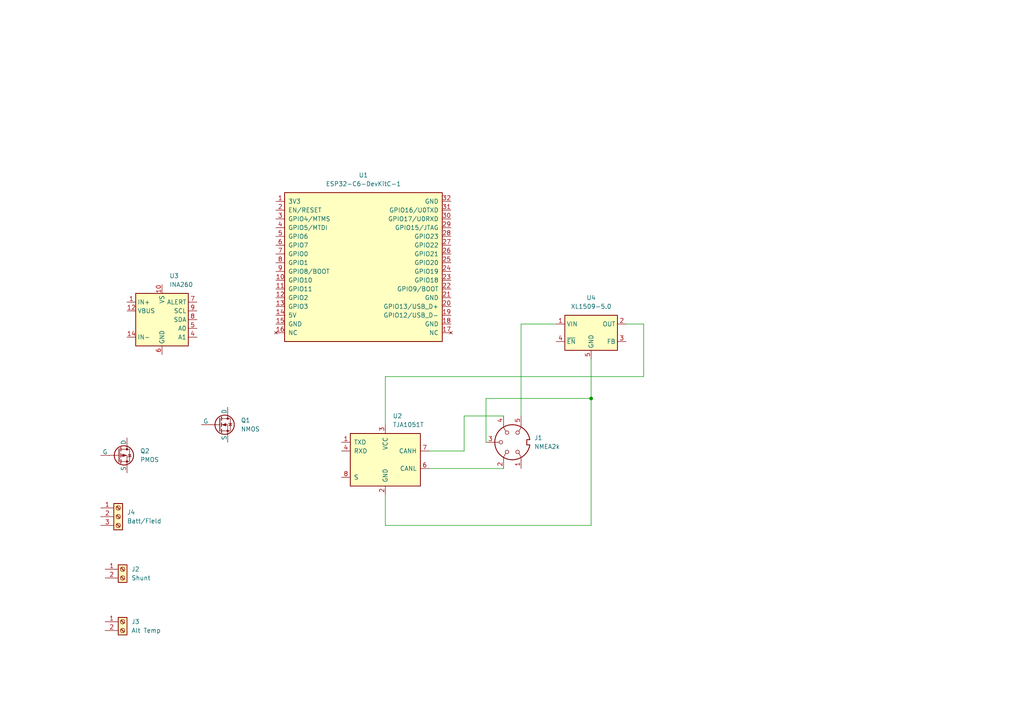
<source format=kicad_sch>
(kicad_sch (version 20250114) (generator "eeschema") (generator_version "9.0")
  (paper "A4")
  (lib_symbols
    (symbol "Connector:DIN-5" (pin_names (offset 1.016))
      (property "Reference" "J" (at 3.175 5.715 0))
      (property "Value" "DIN-5" (at 0 -6.35 0))
      (symbol "DIN-5_0_1"
        (polyline (pts (xy -5.08 2.54) (xy -4.318 2.54) (xy -3.175 1.905)))
        (polyline (pts (xy -5.08 -2.54) (xy -4.318 -2.54) (xy -3.175 -1.905)))
        (circle (center -2.794 1.524) (radius 0.508))
        (circle (center -2.794 -1.524) (radius 0.508))
        (polyline (pts (xy -0.762 -4.953) (xy -0.762 -4.191) (xy 0.762 -4.191) (xy 0.762 -4.953)) (stroke (width 0.254)))
        (arc (start 5.08 0) (mid 3.8673 -3.3444) (end 0.762 -5.08) (stroke (width 0.254)))
        (polyline (pts (xy 0 5.08) (xy 0 3.81)))
        (circle (center 0 3.302) (radius 0.508))
        (arc (start -5.08 0) (mid 0 5.0579) (end 5.08 0) (stroke (width 0.254)))
        (arc (start -0.762 -5.08) (mid -3.8597 -3.3379) (end -5.08 0) (stroke (width 0.254)))
        (circle (center 2.794 1.524) (radius 0.508))
        (circle (center 2.794 -1.524) (radius 0.508))
        (polyline (pts (xy 5.08 2.54) (xy 4.318 2.54) (xy 3.175 1.905)))
        (polyline (pts (xy 5.08 -2.54) (xy 4.318 -2.54) (xy 3.175 -1.905)))
      )
      (symbol "DIN-5_1_1"
        (pin passive line (at -7.62 2.54 0) (length 2.54) (name "~") (number "2"))
        (pin passive line (at -7.62 -2.54 0) (length 2.54) (name "~") (number "1"))
        (pin passive line (at 0 7.62 270) (length 2.54) (name "~") (number "3"))
        (pin passive line (at 7.62 2.54 180) (length 2.54) (name "~") (number "4"))
        (pin passive line (at 7.62 -2.54 180) (length 2.54) (name "~") (number "5"))
      )
    )
    (symbol "Connector:Screw_Terminal_01x02" (pin_names (offset 1.016) (hide yes))
      (property "Reference" "J" (at 0 2.54 0))
      (property "Value" "Screw_Terminal_01x02" (at 0 -5.08 0))
      (symbol "Screw_Terminal_01x02_1_1"
        (rectangle (start -1.27 1.27) (end 1.27 -3.81) (stroke (width 0.254)) (fill (type background)))
        (polyline (pts (xy -0.5334 0.3302) (xy 0.3302 -0.508)) (stroke (width 0.1524)))
        (polyline (pts (xy -0.5334 -2.2098) (xy 0.3302 -3.048)) (stroke (width 0.1524)))
        (polyline (pts (xy -0.3556 0.508) (xy 0.508 -0.3302)) (stroke (width 0.1524)))
        (polyline (pts (xy -0.3556 -2.032) (xy 0.508 -2.8702)) (stroke (width 0.1524)))
        (circle (center 0 0) (radius 0.635) (stroke (width 0.1524)))
        (circle (center 0 -2.54) (radius 0.635) (stroke (width 0.1524)))
        (pin passive line (at -5.08 0 0) (length 3.81) (name "Pin_1") (number "1"))
        (pin passive line (at -5.08 -2.54 0) (length 3.81) (name "Pin_2") (number "2"))
      )
    )
    (symbol "Connector:Screw_Terminal_01x03" (pin_names (offset 1.016) (hide yes))
      (property "Reference" "J" (at 0 5.08 0))
      (property "Value" "Screw_Terminal_01x03" (at 0 -5.08 0))
      (symbol "Screw_Terminal_01x03_1_1"
        (rectangle (start -1.27 3.81) (end 1.27 -3.81) (stroke (width 0.254)) (fill (type background)))
        (polyline (pts (xy -0.5334 2.8702) (xy 0.3302 2.032)) (stroke (width 0.1524)))
        (polyline (pts (xy -0.5334 0.3302) (xy 0.3302 -0.508)) (stroke (width 0.1524)))
        (polyline (pts (xy -0.5334 -2.2098) (xy 0.3302 -3.048)) (stroke (width 0.1524)))
        (polyline (pts (xy -0.3556 3.048) (xy 0.508 2.2098)) (stroke (width 0.1524)))
        (polyline (pts (xy -0.3556 0.508) (xy 0.508 -0.3302)) (stroke (width 0.1524)))
        (polyline (pts (xy -0.3556 -2.032) (xy 0.508 -2.8702)) (stroke (width 0.1524)))
        (circle (center 0 2.54) (radius 0.635) (stroke (width 0.1524)))
        (circle (center 0 0) (radius 0.635) (stroke (width 0.1524)))
        (circle (center 0 -2.54) (radius 0.635) (stroke (width 0.1524)))
        (pin passive line (at -5.08 2.54 0) (length 3.81) (name "Pin_1") (number "1"))
        (pin passive line (at -5.08 0 0) (length 3.81) (name "Pin_2") (number "2"))
        (pin passive line (at -5.08 -2.54 0) (length 3.81) (name "Pin_3") (number "3"))
      )
    )
    (symbol "Espressif:ESP32-C6-DevKitC-1" (pin_names (offset 1.016))
      (property "Reference" "U" (at -22.86 25.4 0))
      (property "Value" "ESP32-C6-DevKitC-1" (at -22.86 22.86 0))
      (symbol "ESP32-C6-DevKitC-1_0_1"
        (rectangle (start -22.86 20.32) (end 22.86 -22.86) (stroke (width 0.254)) (fill (type background)))
      )
      (symbol "ESP32-C6-DevKitC-1_1_0"
        (pin input line (at -25.4 15.24 0) (length 2.54) (name "EN/RESET") (number "2"))
        (pin power_in line (at -25.4 -15.24 0) (length 2.54) (name "5V") (number "14"))
      )
      (symbol "ESP32-C6-DevKitC-1_1_1"
        (pin power_in line (at -25.4 17.78 0) (length 2.54) (name "3V3") (number "1"))
        (pin bidirectional line (at -25.4 12.7 0) (length 2.54) (name "GPIO4/MTMS") (number "3"))
        (pin bidirectional line (at -25.4 10.16 0) (length 2.54) (name "GPIO5/MTDI") (number "4"))
        (pin bidirectional line (at -25.4 7.62 0) (length 2.54) (name "GPIO6") (number "5"))
        (pin bidirectional line (at -25.4 5.08 0) (length 2.54) (name "GPIO7") (number "6"))
        (pin bidirectional line (at -25.4 2.54 0) (length 2.54) (name "GPIO0") (number "7"))
        (pin bidirectional line (at -25.4 0 0) (length 2.54) (name "GPIO1") (number "8"))
        (pin bidirectional line (at -25.4 -2.54 0) (length 2.54) (name "GPIO8/BOOT") (number "9"))
        (pin bidirectional line (at -25.4 -5.08 0) (length 2.54) (name "GPIO10") (number "10"))
        (pin bidirectional line (at -25.4 -7.62 0) (length 2.54) (name "GPIO11") (number "11"))
        (pin bidirectional line (at -25.4 -10.16 0) (length 2.54) (name "GPIO2") (number "12"))
        (pin bidirectional line (at -25.4 -12.7 0) (length 2.54) (name "GPIO3") (number "13"))
        (pin power_in line (at -25.4 -17.78 0) (length 2.54) (name "GND") (number "15"))
        (pin no_connect line (at -25.4 -20.32 0) (length 2.54) (name "NC") (number "16"))
        (pin power_in line (at 25.4 17.78 180) (length 2.54) (name "GND") (number "32"))
        (pin bidirectional line (at 25.4 15.24 180) (length 2.54) (name "GPIO16/U0TXD") (number "31"))
        (pin bidirectional line (at 25.4 12.7 180) (length 2.54) (name "GPIO17/U0RXD") (number "30"))
        (pin bidirectional line (at 25.4 10.16 180) (length 2.54) (name "GPIO15/JTAG") (number "29"))
        (pin bidirectional line (at 25.4 7.62 180) (length 2.54) (name "GPIO23") (number "28"))
        (pin bidirectional line (at 25.4 5.08 180) (length 2.54) (name "GPIO22") (number "27"))
        (pin bidirectional line (at 25.4 2.54 180) (length 2.54) (name "GPIO21") (number "26"))
        (pin bidirectional line (at 25.4 0 180) (length 2.54) (name "GPIO20") (number "25"))
        (pin bidirectional line (at 25.4 -2.54 180) (length 2.54) (name "GPIO19") (number "24"))
        (pin bidirectional line (at 25.4 -5.08 180) (length 2.54) (name "GPIO18") (number "23"))
        (pin bidirectional line (at 25.4 -7.62 180) (length 2.54) (name "GPIO9/BOOT") (number "22"))
        (pin power_in line (at 25.4 -10.16 180) (length 2.54) (name "GND") (number "21"))
        (pin bidirectional line (at 25.4 -12.7 180) (length 2.54) (name "GPIO13/USB_D+") (number "20"))
        (pin bidirectional line (at 25.4 -15.24 180) (length 2.54) (name "GPIO12/USB_D-") (number "19"))
        (pin power_in line (at 25.4 -17.78 180) (length 2.54) (name "GND") (number "18"))
        (pin no_connect line (at 25.4 -20.32 180) (length 2.54) (name "NC") (number "17"))
      )
    )
    (symbol "Interface_CAN_LIN:TJA1051T" (pin_names (offset 1.016))
      (property "Reference" "U" (at -10.16 8.89 0))
      (property "Value" "TJA1051T" (at 1.27 8.89 0))
      (symbol "TJA1051T_0_1"
        (rectangle (start -10.16 7.62) (end 10.16 -7.62) (stroke (width 0.254)) (fill (type background)))
      )
      (symbol "TJA1051T_1_1"
        (pin input line (at -12.7 5.08 0) (length 2.54) (name "TXD") (number "1"))
        (pin output line (at -12.7 2.54 0) (length 2.54) (name "RXD") (number "4"))
        (pin input line (at -12.7 -5.08 0) (length 2.54) (name "S") (number "8"))
        (pin no_connect line (at -10.16 -2.54 0) (length 2.54) (hide yes) (name "NC") (number "5"))
        (pin power_in line (at 0 10.16 270) (length 2.54) (name "VCC") (number "3"))
        (pin power_in line (at 0 -10.16 90) (length 2.54) (name "GND") (number "2"))
        (pin bidirectional line (at 12.7 2.54 180) (length 2.54) (name "CANH") (number "7"))
        (pin bidirectional line (at 12.7 -2.54 180) (length 2.54) (name "CANL") (number "6"))
      )
    )
    (symbol "Regulator_Switching:XL1509-5.0"
      (property "Reference" "U" (at -7.112 6.096 0))
      (property "Value" "XL1509-5.0" (at 5.842 6.096 0))
      (symbol "XL1509-5.0_0_1"
        (rectangle (start -7.62 5.08) (end 7.62 -5.08) (stroke (width 0.254)) (fill (type background)))
      )
      (symbol "XL1509-5.0_1_1"
        (pin power_in line (at -10.16 2.54 0) (length 2.54) (name "VIN") (number "1"))
        (pin input line (at -10.16 -2.54 0) (length 2.54) (name "~{EN}") (number "4"))
        (pin power_in line (at 0 -7.62 90) (length 2.54) (name "GND") (number "5"))
        (pin passive line (at 0 -7.62 90) (length 2.54) (hide yes) (name "GND") (number "6"))
        (pin passive line (at 0 -7.62 90) (length 2.54) (hide yes) (name "GND") (number "7"))
        (pin passive line (at 0 -7.62 90) (length 2.54) (hide yes) (name "GND") (number "8"))
        (pin power_out line (at 10.16 2.54 180) (length 2.54) (name "OUT") (number "2"))
        (pin input line (at 10.16 -2.54 180) (length 2.54) (name "FB") (number "3"))
      )
    )
    (symbol "Sensor:INA260"
      (property "Reference" "U" (at -6.35 8.89 0))
      (property "Value" "INA260" (at 2.54 8.89 0))
      (symbol "INA260_0_1"
        (rectangle (start -7.62 7.62) (end 7.62 -7.62) (stroke (width 0.254)) (fill (type background)))
      )
      (symbol "INA260_1_1"
        (pin passive line (at -10.16 5.08 0) (length 2.54) (name "IN+") (number "1"))
        (pin passive line (at -10.16 5.08 0) (length 2.54) (hide yes) (name "IN+") (number "2"))
        (pin passive line (at -10.16 5.08 0) (length 2.54) (hide yes) (name "IN+") (number "3"))
        (pin passive line (at -10.16 2.54 0) (length 2.54) (name "VBUS") (number "12"))
        (pin passive line (at -10.16 -5.08 0) (length 2.54) (name "IN-") (number "14"))
        (pin passive line (at -10.16 -5.08 0) (length 2.54) (hide yes) (name "IN-") (number "15"))
        (pin passive line (at -10.16 -5.08 0) (length 2.54) (hide yes) (name "IN-") (number "16"))
        (pin power_in line (at 0 10.16 270) (length 2.54) (name "VS") (number "10"))
        (pin passive line (at 0 -10.16 90) (length 2.54) (hide yes) (name "GND") (number "11"))
        (pin power_in line (at 0 -10.16 90) (length 2.54) (name "GND") (number "6"))
        (pin no_connect line (at 2.54 -7.62 90) (length 2.54) (hide yes) (name "NC") (number "13"))
        (pin open_collector line (at 10.16 5.08 180) (length 2.54) (name "ALERT") (number "7"))
        (pin input line (at 10.16 2.54 180) (length 2.54) (name "SCL") (number "9"))
        (pin bidirectional line (at 10.16 0 180) (length 2.54) (name "SDA") (number "8"))
        (pin input line (at 10.16 -2.54 180) (length 2.54) (name "A0") (number "5"))
        (pin input line (at 10.16 -5.08 180) (length 2.54) (name "A1") (number "4"))
      )
    )
    (symbol "Simulation_SPICE:NMOS" (pin_numbers (hide yes)) (pin_names (offset 0))
      (property "Reference" "Q" (at 5.08 1.27 0))
      (property "Value" "NMOS" (at 5.08 -1.27 0))
      (symbol "NMOS_0_1"
        (polyline (pts (xy 0.254 1.905) (xy 0.254 -1.905)) (stroke (width 0.254)))
        (polyline (pts (xy 0.254 0) (xy -2.54 0)))
        (polyline (pts (xy 0.762 2.286) (xy 0.762 1.27)) (stroke (width 0.254)))
        (polyline (pts (xy 0.762 0.508) (xy 0.762 -0.508)) (stroke (width 0.254)))
        (polyline (pts (xy 0.762 -1.27) (xy 0.762 -2.286)) (stroke (width 0.254)))
        (polyline (pts (xy 0.762 -1.778) (xy 3.302 -1.778) (xy 3.302 1.778) (xy 0.762 1.778)))
        (polyline (pts (xy 1.016 0) (xy 2.032 0.381) (xy 2.032 -0.381) (xy 1.016 0)) (fill (type outline)))
        (circle (center 1.651 0) (radius 2.794) (stroke (width 0.254)))
        (polyline (pts (xy 2.54 2.54) (xy 2.54 1.778)))
        (circle (center 2.54 1.778) (radius 0.254) (fill (type outline)))
        (circle (center 2.54 -1.778) (radius 0.254) (fill (type outline)))
        (polyline (pts (xy 2.54 -2.54) (xy 2.54 0) (xy 0.762 0)))
        (polyline (pts (xy 2.794 0.508) (xy 2.921 0.381) (xy 3.683 0.381) (xy 3.81 0.254)))
        (polyline (pts (xy 3.302 0.381) (xy 2.921 -0.254) (xy 3.683 -0.254) (xy 3.302 0.381)))
      )
      (symbol "NMOS_1_1"
        (pin input line (at -5.08 0 0) (length 2.54) (name "G") (number "2"))
        (pin passive line (at 2.54 5.08 270) (length 2.54) (name "D") (number "1"))
        (pin passive line (at 2.54 -5.08 90) (length 2.54) (name "S") (number "3"))
      )
    )
    (symbol "Simulation_SPICE:PMOS" (pin_numbers (hide yes)) (pin_names (offset 0))
      (property "Reference" "Q" (at 5.08 1.27 0))
      (property "Value" "PMOS" (at 5.08 -1.27 0))
      (symbol "PMOS_0_1"
        (polyline (pts (xy 0.254 1.905) (xy 0.254 -1.905)) (stroke (width 0.254)))
        (polyline (pts (xy 0.254 0) (xy -2.54 0)))
        (polyline (pts (xy 0.762 2.286) (xy 0.762 1.27)) (stroke (width 0.254)))
        (polyline (pts (xy 0.762 1.778) (xy 3.302 1.778) (xy 3.302 -1.778) (xy 0.762 -1.778)))
        (polyline (pts (xy 0.762 0.508) (xy 0.762 -0.508)) (stroke (width 0.254)))
        (polyline (pts (xy 0.762 -1.27) (xy 0.762 -2.286)) (stroke (width 0.254)))
        (circle (center 1.651 0) (radius 2.794) (stroke (width 0.254)))
        (polyline (pts (xy 2.286 0) (xy 1.27 0.381) (xy 1.27 -0.381) (xy 2.286 0)) (fill (type outline)))
        (polyline (pts (xy 2.54 2.54) (xy 2.54 1.778)))
        (circle (center 2.54 1.778) (radius 0.254) (fill (type outline)))
        (circle (center 2.54 -1.778) (radius 0.254) (fill (type outline)))
        (polyline (pts (xy 2.54 -2.54) (xy 2.54 0) (xy 0.762 0)))
        (polyline (pts (xy 2.794 -0.508) (xy 2.921 -0.381) (xy 3.683 -0.381) (xy 3.81 -0.254)))
        (polyline (pts (xy 3.302 -0.381) (xy 2.921 0.254) (xy 3.683 0.254) (xy 3.302 -0.381)))
      )
      (symbol "PMOS_1_1"
        (pin input line (at -5.08 0 0) (length 2.54) (name "G") (number "2"))
        (pin passive line (at 2.54 5.08 270) (length 2.54) (name "D") (number "1"))
        (pin passive line (at 2.54 -5.08 90) (length 2.54) (name "S") (number "3"))
      )
    )
  )
  (junction (at 171.45 115.57))
  (wire (pts (xy 146.05 135.89) (xy 124.46 135.89)))
  (wire (pts (xy 171.45 152.4) (xy 171.45 115.57)))
  (wire (pts (xy 111.76 152.4) (xy 171.45 152.4)))
  (wire (pts (xy 140.97 128.27) (xy 140.97 115.57)))
  (wire (pts (xy 134.62 120.65) (xy 146.05 120.65)))
  (wire (pts (xy 134.62 130.81) (xy 134.62 120.65)))
  (wire (pts (xy 161.29 93.98) (xy 151.13 93.98)))
  (wire (pts (xy 111.76 109.22) (xy 111.76 123.19)))
  (wire (pts (xy 186.69 93.98) (xy 186.69 109.22)))
  (wire (pts (xy 181.61 93.98) (xy 186.69 93.98)))
  (wire (pts (xy 111.76 143.51) (xy 111.76 152.4)))
  (wire (pts (xy 186.69 109.22) (xy 111.76 109.22)))
  (wire (pts (xy 140.97 115.57) (xy 171.45 115.57)))
  (wire (pts (xy 151.13 93.98) (xy 151.13 120.65)))
  (wire (pts (xy 171.45 104.14) (xy 171.45 115.57)))
  (wire (pts (xy 124.46 130.81) (xy 134.62 130.81)))
  (symbol (lib_id "Regulator_Switching:XL1509-5.0") (at 171.45 96.52 0) (unit 1)
    (property "Reference" "U4" (at 171.45 86.36 0))
    (property "Value" "XL1509-5.0" (at 171.45 88.9 0))
    (property "Footprint" "Package_SO:SOIC-8_3.9x4.9mm_P1.27mm" (effects (hide yes)))
    (property "Datasheet" "https://datasheet.lcsc.com/lcsc/1809050422_XLSEMI-XL1509-5-0E1_C61063.pdf" (effects (hide yes)))
    (property "Description" "Buck DC/DC Converter, 2A, 5V Output Voltage, 7-40V Input Voltage" (effects (hide yes)))
  )
  (symbol (lib_id "Sensor:INA260") (at 46.99 92.71 0) (unit 1)
    (property "Reference" "U3" (at 49.1333 80.01 0) (effects (justify left)))
    (property "Value" "INA260" (at 49.1333 82.55 0) (effects (justify left)))
    (property "Footprint" "Package_SO:TSSOP-16_4.4x5mm_P0.65mm" (effects (hide yes)))
    (property "Datasheet" "http://www.ti.com/lit/ds/symlink/ina260.pdf" (effects (hide yes)))
    (property "Description" "Current/power/voltage monitor with Integrated 2mΩ Shunt Resistor, 2.7V - 5.5V, I2C, TSSOP-16" (effects (hide yes)))
  )
  (symbol (lib_id "Simulation_SPICE:PMOS") (at 34.29 132.08 0) (unit 1)
    (property "Reference" "Q2" (at 40.64 130.8099 0) (effects (justify left)))
    (property "Value" "PMOS" (at 40.64 133.3499 0) (effects (justify left)))
    (property "Datasheet" "https://ngspice.sourceforge.io/docs/ngspice-html-manual/manual.xhtml#cha_MOSFETs" (effects (hide yes)))
    (property "Description" "P-MOSFET transistor, drain/source/gate" (effects (hide yes)))
    (property "Sim.Device" "PMOS" (effects (hide yes)))
    (property "Sim.Type" "VDMOS" (effects (hide yes)))
    (property "Sim.Pins" "1=D 2=G 3=S" (effects (hide yes)))
  )
  (symbol (lib_id "Connector:DIN-5") (at 148.59 128.27 90) (unit 1)
    (property "Reference" "J1" (at 154.94 126.9998 90) (effects (justify right)))
    (property "Value" "NMEA2k" (at 154.94 129.5398 90) (effects (justify right)))
    (property "Datasheet" "http://www.mouser.com/ds/2/18/40_c091_abd_e-75918.pdf" (effects (hide yes)))
    (property "Description" "5-pin DIN connector" (effects (hide yes)))
  )
  (symbol (lib_id "Espressif:ESP32-C6-DevKitC-1") (at 105.41 76.2 0) (unit 1)
    (property "Reference" "U1" (at 105.41 50.8 0))
    (property "Value" "ESP32-C6-DevKitC-1" (at 105.41 53.34 0))
    (property "Footprint" "PCM_Espressif:ESP32-C6-DevKitC-1" (effects (hide yes)))
    (property "Datasheet" "https://docs.espressif.com/projects/espressif-esp-dev-kits/en/latest/esp32c6/esp32-c6-devkitc-1/user_guide.html" (effects (hide yes)))
    (property "Description" "ESP32-C6-DevKitC-1" (effects (hide yes)))
  )
  (symbol (lib_id "Interface_CAN_LIN:TJA1051T") (at 111.76 133.35 0) (unit 1)
    (property "Reference" "U2" (at 113.9033 120.65 0) (effects (justify left)))
    (property "Value" "TJA1051T" (at 113.9033 123.19 0) (effects (justify left)))
    (property "Footprint" "Package_SO:SOIC-8_3.9x4.9mm_P1.27mm" (effects (hide yes)))
    (property "Datasheet" "http://www.nxp.com/docs/en/data-sheet/TJA1051.pdf" (effects (hide yes)))
    (property "Description" "High-Speed CAN Transceiver, silent mode, SOIC-8" (effects (hide yes)))
  )
  (symbol (lib_id "Connector:Screw_Terminal_01x02") (at 35.56 180.34 0) (unit 1)
    (property "Reference" "J3" (at 38.1 180.3399 0) (effects (justify left)))
    (property "Value" "Alt Temp" (at 38.1 182.8799 0) (effects (justify left)))
    (property "Description" "Generic screw terminal, single row, 01x02, script generated (kicad-library-utils/schlib/autogen/connector/)" (effects (hide yes)))
  )
  (symbol (lib_id "Simulation_SPICE:NMOS") (at 63.5 123.19 0) (unit 1)
    (property "Reference" "Q1" (at 69.85 121.9199 0) (effects (justify left)))
    (property "Value" "NMOS" (at 69.85 124.4599 0) (effects (justify left)))
    (property "Datasheet" "https://ngspice.sourceforge.io/docs/ngspice-html-manual/manual.xhtml#cha_MOSFETs" (effects (hide yes)))
    (property "Description" "N-MOSFET transistor, drain/source/gate" (effects (hide yes)))
    (property "Sim.Device" "NMOS" (effects (hide yes)))
    (property "Sim.Type" "VDMOS" (effects (hide yes)))
    (property "Sim.Pins" "1=D 2=G 3=S" (effects (hide yes)))
  )
  (symbol (lib_id "Connector:Screw_Terminal_01x03") (at 34.29 149.86 0) (unit 1)
    (property "Reference" "J4" (at 36.83 148.5899 0) (effects (justify left)))
    (property "Value" "Batt/Field" (at 36.83 151.1299 0) (effects (justify left)))
    (property "Description" "Generic screw terminal, single row, 01x03, script generated (kicad-library-utils/schlib/autogen/connector/)" (effects (hide yes)))
  )
  (symbol (lib_id "Connector:Screw_Terminal_01x02") (at 35.56 165.1 0) (unit 1)
    (property "Reference" "J2" (at 38.1 165.0999 0) (effects (justify left)))
    (property "Value" "Shunt" (at 38.1 167.6399 0) (effects (justify left)))
    (property "Description" "Generic screw terminal, single row, 01x02, script generated (kicad-library-utils/schlib/autogen/connector/)" (effects (hide yes)))
  )
)
</source>
